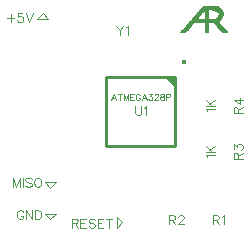
<source format=gto>
G04 DipTrace 3.3.1.1*
G04 TopSilk.gto*
%MOIN*%
G04 #@! TF.FileFunction,Legend,Top*
G04 #@! TF.Part,Single*
%ADD10C,0.009843*%
%ADD12C,0.003*%
%ADD17C,0.004*%
%ADD22O,0.016422X0.016542*%
%ADD48C,0.004632*%
%ADD50C,0.003088*%
%FSLAX26Y26*%
G04*
G70*
G90*
G75*
G01*
G04 TopSilk*
%LPD*%
X976928Y936257D2*
D10*
X748564D1*
Y707933D1*
X976928D1*
Y936257D1*
D22*
X1008043Y987910D3*
G36*
X976928Y936257D2*
X945435D1*
X976928Y904764D1*
Y936257D1*
G37*
X543700Y481200D2*
D17*
X562451Y462449D1*
X581200Y481200D1*
X543700D1*
X543701Y587449D2*
X581200D1*
X562451Y568700D1*
X543701Y587449D1*
X784326Y434325D2*
Y471825D1*
X803075Y453074D1*
X784326Y434325D1*
X556200Y1131200D2*
X518701D1*
X537451Y1149949D1*
X556200Y1131200D1*
X1071451Y1173200D2*
D12*
X1119451D1*
X1068451Y1170200D2*
X1124747D1*
X1065462Y1167200D2*
X1129105D1*
X1062568Y1164200D2*
X1132274D1*
X1059950Y1161200D2*
X1089451D1*
X1105568D2*
X1134492D1*
X1057669Y1158200D2*
X1089451D1*
X1113435D2*
X1135961D1*
X1055438Y1155200D2*
X1071565D1*
X1077451D2*
X1089451D1*
X1119366D2*
X1136780D1*
X1052961Y1152200D2*
X1068949D1*
X1077451D2*
X1089451D1*
X1121880D2*
X1137174D1*
X1050239Y1149200D2*
X1066668D1*
X1077451D2*
X1089451D1*
X1123680D2*
X1137332D1*
X1047367Y1146200D2*
X1064438D1*
X1077451D2*
X1089451D1*
X1123460D2*
X1137294D1*
X1044431Y1143200D2*
X1061961D1*
X1077451D2*
X1089451D1*
X1122556D2*
X1136926D1*
X1041557Y1140200D2*
X1059240D1*
X1077451D2*
X1089451D1*
X1120992D2*
X1136099D1*
X1038946Y1137200D2*
X1056372D1*
X1077451D2*
X1089451D1*
X1118852D2*
X1134833D1*
X1036667Y1134200D2*
X1053451D1*
X1077451D2*
X1089451D1*
X1116451D2*
X1133093D1*
X1034437Y1131200D2*
X1130828D1*
X1031961Y1128200D2*
X1128191D1*
X1029239Y1125200D2*
X1125356D1*
X1026367Y1122200D2*
X1122451D1*
X1023431Y1119200D2*
X1124425D1*
X1020557Y1116200D2*
X1038462D1*
X1077451D2*
X1089451D1*
X1109987D2*
X1126532D1*
X1017946Y1113200D2*
X1035568D1*
X1077451D2*
X1089451D1*
X1112243D2*
X1128963D1*
X1015667Y1110200D2*
X1032950D1*
X1077451D2*
X1089451D1*
X1114467D2*
X1131670D1*
X1013437Y1107200D2*
X1030669D1*
X1077451D2*
X1089451D1*
X1116941D2*
X1134537D1*
X1010961Y1104200D2*
X1028438D1*
X1077451D2*
X1089451D1*
X1119662D2*
X1137483D1*
X1008239Y1101200D2*
X1025961D1*
X1077451D2*
X1089451D1*
X1122523D2*
X1140462D1*
X1005378Y1098200D2*
X1023239D1*
X1077451D2*
X1089451D1*
X1125365D2*
X1143443D1*
X1002545Y1095200D2*
X1020367D1*
X1077451D2*
X1089451D1*
X1127960D2*
X1146326D1*
X1000029Y1092200D2*
X1017419D1*
X1077451D2*
X1089451D1*
X1130209D2*
X1148861D1*
X998062Y1089200D2*
X1014440D1*
X1077451D2*
X1089451D1*
X1132314D2*
X1150836D1*
X996451Y1086200D2*
X1011451D1*
X1077451D2*
X1089451D1*
X1134451D2*
X1152451D1*
X1071451Y1173200D2*
X1068451Y1170200D1*
X1065462Y1167200D1*
X1062568Y1164200D1*
X1059950Y1161200D1*
X1057669Y1158200D1*
X1055438Y1155200D1*
X1052961Y1152200D1*
X1050239Y1149200D1*
X1047367Y1146200D1*
X1044431Y1143200D1*
X1041557Y1140200D1*
X1038946Y1137200D1*
X1036667Y1134200D1*
X1034437Y1131200D1*
X1031961Y1128200D1*
X1029239Y1125200D1*
X1026367Y1122200D1*
X1023431Y1119200D1*
X1020557Y1116200D1*
X1017946Y1113200D1*
X1015667Y1110200D1*
X1013437Y1107200D1*
X1010961Y1104200D1*
X1008239Y1101200D1*
X1005378Y1098200D1*
X1002545Y1095200D1*
X1000029Y1092200D1*
X998062Y1089200D1*
X996451Y1086200D1*
X1119451Y1173200D2*
X1124747Y1170200D1*
X1129105Y1167200D1*
X1132274Y1164200D1*
X1134492Y1161200D1*
X1135961Y1158200D1*
X1136780Y1155200D1*
X1137174Y1152200D1*
X1137332Y1149200D1*
X1137294Y1146200D1*
X1136926Y1143200D1*
X1136099Y1140200D1*
X1134833Y1137200D1*
X1133093Y1134200D1*
X1130828Y1131200D1*
X1128191Y1128200D1*
X1125356Y1125200D1*
X1122451Y1122200D1*
X1124425Y1119200D1*
X1126532Y1116200D1*
X1128963Y1113200D1*
X1131670Y1110200D1*
X1134537Y1107200D1*
X1137483Y1104200D1*
X1140462Y1101200D1*
X1143443Y1098200D1*
X1146326Y1095200D1*
X1148861Y1092200D1*
X1150836Y1089200D1*
X1152451Y1086200D1*
X1089451Y1164200D2*
Y1161200D1*
Y1158200D1*
Y1155200D1*
Y1152200D1*
Y1149200D1*
Y1146200D1*
Y1143200D1*
Y1140200D1*
Y1137200D1*
Y1134200D1*
X1095451Y1164200D2*
X1105568Y1161200D1*
X1113435Y1158200D1*
X1119366Y1155200D1*
X1121880Y1152200D1*
X1123680Y1149200D1*
X1123460Y1146200D1*
X1122556Y1143200D1*
X1120992Y1140200D1*
X1118852Y1137200D1*
X1116451Y1134200D1*
X1074451Y1158200D2*
X1071565Y1155200D1*
X1068949Y1152200D1*
X1066668Y1149200D1*
X1064438Y1146200D1*
X1061961Y1143200D1*
X1059240Y1140200D1*
X1056372Y1137200D1*
X1053451Y1134200D1*
X1077451Y1158200D2*
Y1155200D1*
Y1152200D1*
Y1149200D1*
Y1146200D1*
Y1143200D1*
Y1140200D1*
Y1137200D1*
Y1134200D1*
X1041451Y1119200D2*
X1038462Y1116200D1*
X1035568Y1113200D1*
X1032950Y1110200D1*
X1030669Y1107200D1*
X1028438Y1104200D1*
X1025961Y1101200D1*
X1023239Y1098200D1*
X1020367Y1095200D1*
X1017419Y1092200D1*
X1014440Y1089200D1*
X1011451Y1086200D1*
X1077451Y1119200D2*
Y1116200D1*
Y1113200D1*
Y1110200D1*
Y1107200D1*
Y1104200D1*
Y1101200D1*
Y1098200D1*
Y1095200D1*
Y1092200D1*
Y1089200D1*
Y1086200D1*
X1089451Y1119200D2*
Y1116200D1*
Y1113200D1*
Y1110200D1*
Y1107200D1*
Y1104200D1*
Y1101200D1*
Y1098200D1*
Y1095200D1*
Y1092200D1*
Y1089200D1*
Y1086200D1*
X1107451Y1119200D2*
X1109987Y1116200D1*
X1112243Y1113200D1*
X1114467Y1110200D1*
X1116941Y1107200D1*
X1119662Y1104200D1*
X1122523Y1101200D1*
X1125365Y1098200D1*
X1127960Y1095200D1*
X1130209Y1092200D1*
X1132314Y1089200D1*
X1134451Y1086200D1*
X1104458Y461981D2*
D48*
X1117358D1*
X1121669Y463440D1*
X1123128Y464866D1*
X1124554Y467718D1*
Y470603D1*
X1123128Y473455D1*
X1121669Y474914D1*
X1117358Y476340D1*
X1104458D1*
Y446196D1*
X1114506Y461981D2*
X1124554Y446196D1*
X1133817Y470570D2*
X1136702Y472029D1*
X1141013Y476307D1*
Y446196D1*
X958687Y461981D2*
X971587D1*
X975898Y463440D1*
X977357Y464866D1*
X978783Y467718D1*
Y470603D1*
X977357Y473455D1*
X975898Y474914D1*
X971587Y476340D1*
X958687D1*
Y446196D1*
X968735Y461981D2*
X978783Y446196D1*
X989506Y469144D2*
Y470570D1*
X990932Y473455D1*
X992358Y474881D1*
X995243Y476307D1*
X1000980D1*
X1003832Y474881D1*
X1005258Y473455D1*
X1006717Y470570D1*
Y467718D1*
X1005258Y464833D1*
X1002406Y460555D1*
X988047Y446196D1*
X1008143D1*
X1085851Y671387D2*
X1084392Y674272D1*
X1080114Y678583D1*
X1110225D1*
X1080081Y687846D2*
X1110225D1*
X1080081Y707942D2*
X1100177Y687846D1*
X1092981Y695009D2*
X1110225Y707942D1*
X1187919Y664937D2*
Y677837D1*
X1186460Y682148D1*
X1185034Y683607D1*
X1182182Y685033D1*
X1179297D1*
X1176445Y683607D1*
X1174986Y682148D1*
X1173560Y677837D1*
Y664937D1*
X1203704D1*
X1187919Y674985D2*
X1203704Y685033D1*
X1173593Y697181D2*
Y712933D1*
X1185067Y704344D1*
Y708655D1*
X1186493Y711507D1*
X1187919Y712933D1*
X1192230Y714392D1*
X1195082D1*
X1199393Y712933D1*
X1202278Y710081D1*
X1203704Y705770D1*
Y701459D1*
X1202278Y697181D1*
X1200819Y695755D1*
X1197967Y694296D1*
X1085851Y823207D2*
X1084392Y826092D1*
X1080114Y830403D1*
X1110225D1*
X1080081Y839667D2*
X1110225D1*
X1080081Y859763D2*
X1100177Y839667D1*
X1092981Y846830D2*
X1110225Y859763D1*
X1187919Y816044D2*
Y828944D1*
X1186460Y833255D1*
X1185034Y834714D1*
X1182182Y836140D1*
X1179297D1*
X1176445Y834714D1*
X1174986Y833255D1*
X1173560Y828944D1*
Y816044D1*
X1203704D1*
X1187919Y826092D2*
X1203704Y836140D1*
Y859763D2*
X1173593D1*
X1193656Y845404D1*
Y866926D1*
X846437Y838974D2*
Y817452D1*
X847863Y813141D1*
X850748Y810289D1*
X855059Y808830D1*
X857911D1*
X862222Y810289D1*
X865107Y813141D1*
X866533Y817452D1*
Y838974D1*
X875796Y833204D2*
X878681Y834663D1*
X882992Y838941D1*
Y808830D1*
X783001Y1108623D2*
X794475Y1094264D1*
Y1078479D1*
X805949Y1108623D2*
X794475Y1094264D1*
X815213Y1102853D2*
X818098Y1104312D1*
X822409Y1108590D1*
Y1078479D1*
X633516Y450416D2*
X646416D1*
X650727Y451876D1*
X652186Y453301D1*
X653612Y456153D1*
Y459038D1*
X652186Y461890D1*
X650727Y463349D1*
X646416Y464775D1*
X633516D1*
Y434631D1*
X643564Y450416D2*
X653612Y434631D1*
X681512Y464775D2*
X662875D1*
Y434631D1*
X681512D1*
X662875Y450416D2*
X674349D1*
X710872Y460464D2*
X708020Y463349D1*
X703709Y464775D1*
X697972D1*
X693661Y463349D1*
X690776Y460464D1*
Y457613D1*
X692235Y454727D1*
X693661Y453301D1*
X696513Y451876D1*
X705135Y448990D1*
X708020Y447565D1*
X709446Y446105D1*
X710872Y443253D1*
Y438942D1*
X708020Y436091D1*
X703709Y434631D1*
X697972D1*
X693661Y436091D1*
X690776Y438942D1*
X738772Y464775D2*
X720135D1*
Y434631D1*
X738772D1*
X720135Y450416D2*
X731609D1*
X758084Y464775D2*
Y434631D1*
X748036Y464775D2*
X768132D1*
X461451Y570996D2*
Y601140D1*
X449977Y570996D1*
X438503Y601140D1*
Y570996D1*
X470714Y601140D2*
Y570996D1*
X500074Y596829D2*
X497222Y599714D1*
X492911Y601140D1*
X487174D1*
X482863Y599714D1*
X479978Y596829D1*
Y593977D1*
X481437Y591092D1*
X482863Y589666D1*
X485715Y588240D1*
X494337Y585355D1*
X497222Y583929D1*
X498648Y582470D1*
X500074Y579618D1*
Y575307D1*
X497222Y572455D1*
X492911Y570996D1*
X487174D1*
X482863Y572455D1*
X479978Y575307D1*
X517959Y601140D2*
X515074Y599714D1*
X512222Y596829D1*
X510763Y593977D1*
X509337Y589666D1*
Y582470D1*
X510763Y578192D1*
X512222Y575307D1*
X515074Y572455D1*
X517959Y570996D1*
X523696D1*
X526548Y572455D1*
X529433Y575307D1*
X530859Y578192D1*
X532285Y582470D1*
Y589666D1*
X530859Y593977D1*
X529433Y596829D1*
X526548Y599714D1*
X523696Y601140D1*
X517959D1*
X473047Y485980D2*
X471621Y488832D1*
X468736Y491717D1*
X465884Y493143D1*
X460147D1*
X457262Y491717D1*
X454410Y488832D1*
X452951Y485980D1*
X451525Y481669D1*
Y474473D1*
X452951Y470195D1*
X454410Y467310D1*
X457262Y464458D1*
X460147Y462999D1*
X465884D1*
X468736Y464458D1*
X471621Y467310D1*
X473047Y470195D1*
Y474473D1*
X465884D1*
X502407Y493143D2*
Y462999D1*
X482311Y493143D1*
Y462999D1*
X511670Y493143D2*
Y462999D1*
X521718D1*
X526029Y464458D1*
X528914Y467310D1*
X530340Y470195D1*
X531766Y474473D1*
Y481669D1*
X530340Y485980D1*
X528914Y488832D1*
X526029Y491717D1*
X521718Y493143D1*
X511670D1*
X430056Y1147712D2*
Y1121879D1*
X417156Y1134779D2*
X442989D1*
X469464Y1149851D2*
X455138D1*
X453712Y1136951D1*
X455138Y1138377D1*
X459449Y1139836D1*
X463727D1*
X468038Y1138377D1*
X470923Y1135525D1*
X472349Y1131214D1*
Y1128362D1*
X470923Y1124051D1*
X468038Y1121166D1*
X463727Y1119740D1*
X459449D1*
X455138Y1121166D1*
X453712Y1122625D1*
X452253Y1125477D1*
X481612Y1149884D2*
X493086Y1119740D1*
X504560Y1149884D1*
X781705Y860570D2*
D50*
X774034Y880666D1*
X766384Y860570D1*
X769258Y867269D2*
X778831D1*
X794579Y880666D2*
Y860570D1*
X787881Y880666D2*
X801278D1*
X822752Y860570D2*
Y880666D1*
X815103Y860570D1*
X807454Y880666D1*
Y860570D1*
X841353Y880666D2*
X828928D1*
Y860570D1*
X841353D1*
X828928Y871093D2*
X836577D1*
X861876Y875891D2*
X860926Y877792D1*
X859002Y879715D1*
X857101Y880666D1*
X853276D1*
X851353Y879715D1*
X849452Y877792D1*
X848479Y875891D1*
X847528Y873017D1*
Y868219D1*
X848479Y865367D1*
X849452Y863444D1*
X851353Y861543D1*
X853276Y860570D1*
X857101D1*
X859002Y861543D1*
X860926Y863444D1*
X861876Y865367D1*
Y868219D1*
X857101D1*
X883373Y860570D2*
X875701Y880666D1*
X868052Y860570D1*
X870926Y867269D2*
X880499D1*
X891472Y880644D2*
X901973D1*
X896247Y872994D1*
X899121D1*
X901022Y872044D1*
X901973Y871093D1*
X902946Y868219D1*
Y866318D1*
X901973Y863444D1*
X900072Y861521D1*
X897198Y860570D1*
X894324D1*
X891472Y861521D1*
X890521Y862493D1*
X889548Y864395D1*
X910094Y875868D2*
Y876819D1*
X911045Y878742D1*
X911996Y879693D1*
X913919Y880644D1*
X917744D1*
X919645Y879693D1*
X920595Y878742D1*
X921568Y876819D1*
Y874918D1*
X920595Y872994D1*
X918694Y870143D1*
X909122Y860570D1*
X922519D1*
X933470Y880644D2*
X930618Y879693D1*
X929645Y877792D1*
Y875868D1*
X930618Y873967D1*
X932519Y872994D1*
X936344Y872044D1*
X939218Y871093D1*
X941119Y869170D1*
X942070Y867269D1*
Y864395D1*
X941119Y862493D1*
X940168Y861521D1*
X937294Y860570D1*
X933470D1*
X930618Y861521D1*
X929645Y862493D1*
X928695Y864395D1*
Y867269D1*
X929645Y869170D1*
X931569Y871093D1*
X934420Y872044D1*
X938245Y872994D1*
X940168Y873967D1*
X941119Y875868D1*
Y877792D1*
X940168Y879693D1*
X937294Y880644D1*
X933470D1*
X948245Y870143D2*
X956868D1*
X959719Y871093D1*
X960692Y872066D1*
X961643Y873967D1*
Y876841D1*
X960692Y878742D1*
X959719Y879715D1*
X956868Y880666D1*
X948245D1*
Y860570D1*
M02*

</source>
